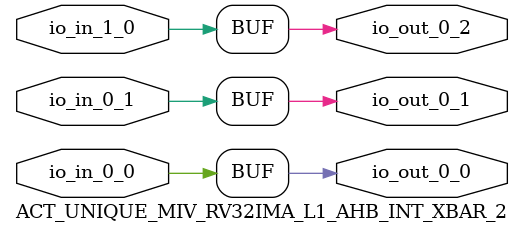
<source format=v>
`define RANDOMIZE
`timescale 1ns/10ps
module ACT_UNIQUE_MIV_RV32IMA_L1_AHB_INT_XBAR_2(
  input   io_in_1_0,
  input   io_in_0_0,
  input   io_in_0_1,
  output  io_out_0_0,
  output  io_out_0_1,
  output  io_out_0_2
);
  assign io_out_0_0 = io_in_0_0;
  assign io_out_0_1 = io_in_0_1;
  assign io_out_0_2 = io_in_1_0;
endmodule

</source>
